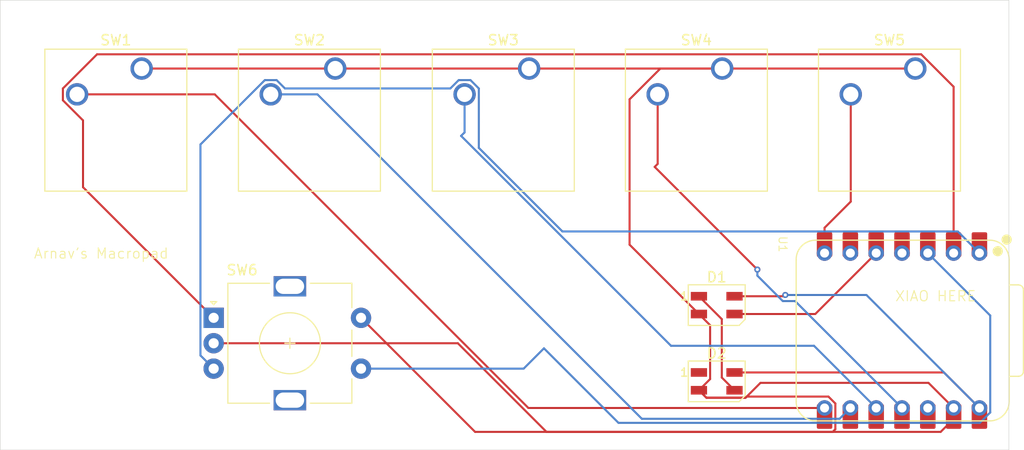
<source format=kicad_pcb>
(kicad_pcb (version 20241229) (generator "pcbnew") (generator_version "9.0")
  (layers (0 "F.Cu" signal) (2 "B.Cu" signal) (13 "F.Paste" user) (15 "B.Paste" user) (5 "F.SilkS" user "F.Silkscreen") (7 "B.SilkS" user "B.Silkscreen") (1 "F.Mask" user) (3 "B.Mask" user) (25 "Edge.Cuts" user))
  (net 0 "")
  (net 1 "GND")
  (net 2 "Net-(D1-DIN)")
  (net 3 "Net-(D1-DOUT)")
  (net 4 "+5V")
  (net 6 "Net-(U1-GPIO1{slash}RX)")
  (net 7 "Net-(U1-GPIO2{slash}SCK)")
  (net 8 "Net-(U1-GPIO4{slash}MISO)")
  (net 9 "Net-(U1-GPIO3{slash}MOSI)")
  (net 11 "Net-(U1-GPIO26{slash}ADC0{slash}A0)")
  (net 12 "Net-(U1-GPIO28{slash}ADC2{slash}A2)")
  (net 13 "Net-(U1-GPIO0{slash}TX)")
  (net 15 "Net-(U1-GPIO27{slash}ADC1{slash}A1)")
  (footprint "Seeed Studio XIAO Series Library:XIAO-RP2040-DIP" (layer "F.Cu") (at 146.7315 135 -90)
    (property "Reference" "U1" (at -8.5 11.7315 270) (layer "F.SilkS") (effects (font (size 0.8 0.8) (thickness 0.1))))
    (property "Value" "XIAO-RP2040-DIP")
    (fp_line (start -6.985 10.414) (end 6.985 10.414) (stroke (width 0.127)) (layer "F.SilkS"))
    (fp_line (start -8.89 8.509) (end -8.89 -8.636) (stroke (width 0.127)) (layer "F.SilkS"))
    (fp_line (start 8.89 8.509) (end 8.89 -8.636) (stroke (width 0.127)) (layer "F.SilkS"))
    (fp_line (start -4.495 -10.541) (end -4.491272 -11.451272) (stroke (width 0.127)) (layer "F.SilkS"))
    (fp_line (start 6.985 -10.541) (end -6.985 -10.541) (stroke (width 0.1)) (layer "F.SilkS"))
    (fp_line (start 6.985 -10.541) (end -6.985 -10.541) (stroke (width 0.127)) (layer "F.SilkS"))
    (fp_line (start 4.504 -11.451) (end 4.504 -10.541) (stroke (width 0.127)) (layer "F.SilkS"))
    (fp_line (start -3.991272 -11.951) (end 4.004 -11.951) (stroke (width 0.127)) (layer "F.SilkS"))
    (fp_arc (start -6.985 10.414) (mid -8.332038 9.856038) (end -8.89 8.509) (stroke (width 0.127)) (layer "F.SilkS"))
    (fp_arc (start 8.89 8.509) (mid 8.332038 9.856038) (end 6.985 10.414) (stroke (width 0.127)) (layer "F.SilkS"))
    (fp_arc (start -8.89 -8.636) (mid -8.332038 -9.983038) (end -6.985 -10.541) (stroke (width 0.127)) (layer "F.SilkS"))
    (fp_arc (start 6.985 -10.541) (mid 8.332038 -9.983038) (end 8.89 -8.636) (stroke (width 0.127)) (layer "F.SilkS"))
    (fp_arc (start -4.491272 -11.451272) (mid -4.344728 -11.80464) (end -3.991272 -11.951) (stroke (width 0.127)) (layer "F.SilkS"))
    (fp_arc (start 4.004 -11.951) (mid 4.357553 -11.804553) (end 4.504 -11.451) (stroke (width 0.127)) (layer "F.SilkS"))
    (fp_circle (center -7.807 -9.42) (end -7.807 -9.674) (stroke (width 0.5)) (fill yes) (layer "F.SilkS"))
    (fp_circle (center -8.95 -10.3) (end -8.95 -10.554) (stroke (width 0.5)) (fill yes) (layer "F.SilkS"))
    (pad "1" smd roundrect (at -8.455 -7.62 90) (size 2.432 1.524) (layers "F.Cu" "F.Mask") (roundrect_rratio 0.1) (net 11 "Net-(U1-GPIO26{slash}ADC0{slash}A0)"))
    (pad "1" thru_hole circle (at -7.62 -7.62 90) (size 1.524 1.524) (drill 0.889) (layers "*.Cu" "*.Mask") (net 11 "Net-(U1-GPIO26{slash}ADC0{slash}A0)"))
    (pad "2" smd roundrect (at -8.455 -5.08 90) (size 2.432 1.524) (layers "F.Cu" "F.Mask") (roundrect_rratio 0.1) (net 15 "Net-(U1-GPIO27{slash}ADC1{slash}A1)"))
    (pad "2" thru_hole circle (at -7.62 -5.08 90) (size 1.524 1.524) (drill 0.889) (layers "*.Cu" "*.Mask") (net 15 "Net-(U1-GPIO27{slash}ADC1{slash}A1)"))
    (pad "3" smd roundrect (at -8.455 -2.54 90) (size 2.432 1.524) (layers "F.Cu" "F.Mask") (roundrect_rratio 0.1) (net 12 "Net-(U1-GPIO28{slash}ADC2{slash}A2)"))
    (pad "3" thru_hole circle (at -7.62 -2.54 90) (size 1.524 1.524) (drill 0.889) (layers "*.Cu" "*.Mask") (net 12 "Net-(U1-GPIO28{slash}ADC2{slash}A2)"))
    (pad "4" smd roundrect (at -8.455 0 90) (size 2.432 1.524) (layers "F.Cu" "F.Mask") (roundrect_rratio 0.1))
    (pad "4" thru_hole circle (at -7.62 0 90) (size 1.524 1.524) (drill 0.889) (layers "*.Cu" "*.Mask"))
    (pad "5" smd roundrect (at -8.455 2.54 90) (size 2.432 1.524) (layers "F.Cu" "F.Mask") (roundrect_rratio 0.1) (net 2 "Net-(D1-DIN)"))
    (pad "5" thru_hole circle (at -7.62 2.54 90) (size 1.524 1.524) (drill 0.889) (layers "*.Cu" "*.Mask") (net 2 "Net-(D1-DIN)"))
    (pad "6" smd roundrect (at -8.455 5.08 90) (size 2.432 1.524) (layers "F.Cu" "F.Mask") (roundrect_rratio 0.1))
    (pad "6" thru_hole circle (at -7.62 5.08 90) (size 1.524 1.524) (drill 0.889) (layers "*.Cu" "*.Mask"))
    (pad "7" smd roundrect (at -8.455 7.62 90) (size 2.432 1.524) (layers "F.Cu" "F.Mask") (roundrect_rratio 0.1) (net 13 "Net-(U1-GPIO0{slash}TX)"))
    (pad "7" thru_hole circle (at -7.62 7.62 90) (size 1.524 1.524) (drill 0.889) (layers "*.Cu" "*.Mask") (net 13 "Net-(U1-GPIO0{slash}TX)"))
    (pad "8" thru_hole circle (at 7.62 7.62 270) (size 1.524 1.524) (drill 0.889) (layers "*.Cu" "*.Mask") (net 6 "Net-(U1-GPIO1{slash}RX)"))
    (pad "8" smd roundrect (at 8.455 7.62 270) (size 2.432 1.524) (layers "F.Cu" "F.Mask") (roundrect_rratio 0.1) (net 6 "Net-(U1-GPIO1{slash}RX)"))
    (pad "9" thru_hole circle (at 7.62 5.08 270) (size 1.524 1.524) (drill 0.889) (layers "*.Cu" "*.Mask") (net 7 "Net-(U1-GPIO2{slash}SCK)"))
    (pad "9" smd roundrect (at 8.455 5.08 270) (size 2.432 1.524) (layers "F.Cu" "F.Mask") (roundrect_rratio 0.1) (net 7 "Net-(U1-GPIO2{slash}SCK)"))
    (pad "10" thru_hole circle (at 7.62 2.54 270) (size 1.524 1.524) (drill 0.889) (layers "*.Cu" "*.Mask") (net 8 "Net-(U1-GPIO4{slash}MISO)"))
    (pad "10" smd roundrect (at 8.455 2.54 270) (size 2.432 1.524) (layers "F.Cu" "F.Mask") (roundrect_rratio 0.1) (net 8 "Net-(U1-GPIO4{slash}MISO)"))
    (pad "11" thru_hole circle (at 7.62 0 270) (size 1.524 1.524) (drill 0.889) (layers "*.Cu" "*.Mask") (net 9 "Net-(U1-GPIO3{slash}MOSI)"))
    (pad "11" smd roundrect (at 8.455 0 270) (size 2.432 1.524) (layers "F.Cu" "F.Mask") (roundrect_rratio 0.1) (net 9 "Net-(U1-GPIO3{slash}MOSI)"))
    (pad "12" thru_hole circle (at 7.62 -2.54 270) (size 1.524 1.524) (drill 0.889) (layers "*.Cu" "*.Mask"))
    (pad "12" smd roundrect (at 8.455 -2.54 270) (size 2.432 1.524) (layers "F.Cu" "F.Mask") (roundrect_rratio 0.1))
    (pad "13" thru_hole circle (at 7.62 -5.08 270) (size 1.524 1.524) (drill 0.889) (layers "*.Cu" "*.Mask") (net 1 "GND"))
    (pad "13" smd roundrect (at 8.455 -5.08 270) (size 2.432 1.524) (layers "F.Cu" "F.Mask") (roundrect_rratio 0.1) (net 1 "GND"))
    (pad "14" thru_hole circle (at 7.62 -7.62 270) (size 1.524 1.524) (drill 0.889) (layers "*.Cu" "*.Mask") (net 4 "+5V"))
    (pad "14" smd roundrect (at 8.455 -7.62 270) (size 2.432 1.524) (layers "F.Cu" "F.Mask") (roundrect_rratio 0.1) (net 4 "+5V"))
  )
  (footprint "LED_SMD:LED_SK6812MINI_PLCC4_3.5x3.5mm_P1.75mm" (layer "F.Cu") (at 128.5 140)
    (property "Reference" "D2" (at 0 -2.75 0) (layer "F.SilkS"))
    (property "Value" "SK6812MINI")
    (fp_line (start -2.8 -2) (end -2.8 2) (stroke (width 0.12)) (layer "F.SilkS"))
    (fp_line (start -2.8 -2) (end 2.8 -2) (stroke (width 0.12)) (layer "F.SilkS"))
    (fp_line (start -2.8 2) (end 2.2 2) (stroke (width 0.12)) (layer "F.SilkS"))
    (fp_line (start 2.8 1.4) (end 2.2 2) (stroke (width 0.12)) (layer "F.SilkS"))
    (fp_line (start 2.8 1.4) (end 2.8 -2) (stroke (width 0.12)) (layer "F.SilkS"))
    (fp_text user "1" (at -3.2 -0.875 0) (layer "F.SilkS") (effects (font (size 0.8 0.8))))
    (pad "1" smd rect (at -1.75 -0.875) (size 1.6 0.85) (layers "F.Cu" "F.Mask" "F.Paste"))
    (pad "2" smd rect (at -1.75 0.875) (size 1.6 0.85) (layers "F.Cu" "F.Mask" "F.Paste") (net 1 "GND"))
    (pad "3" smd rect (at 1.75 0.875) (size 1.6 0.85) (layers "F.Cu" "F.Mask" "F.Paste") (net 3 "Net-(D1-DOUT)"))
    (pad "4" smd rect (at 1.75 -0.875) (size 1.6 0.85) (layers "F.Cu" "F.Mask" "F.Paste") (net 4 "+5V"))
  )
  (footprint "LED_SMD:LED_SK6812MINI_PLCC4_3.5x3.5mm_P1.75mm" (layer "F.Cu") (at 128.5 132.5)
    (property "Reference" "D1" (at 0 -2.75 0) (layer "F.SilkS"))
    (property "Value" "SK6812MINI")
    (fp_line (start -2.8 -2) (end -2.8 2) (stroke (width 0.12)) (layer "F.SilkS"))
    (fp_line (start -2.8 -2) (end 2.8 -2) (stroke (width 0.12)) (layer "F.SilkS"))
    (fp_line (start -2.8 2) (end 2.2 2) (stroke (width 0.12)) (layer "F.SilkS"))
    (fp_line (start 2.8 1.4) (end 2.2 2) (stroke (width 0.12)) (layer "F.SilkS"))
    (fp_line (start 2.8 1.4) (end 2.8 -2) (stroke (width 0.12)) (layer "F.SilkS"))
    (fp_text user "1" (at -3.2 -0.875 0) (layer "F.SilkS") (effects (font (size 0.8 0.8))))
    (pad "1" smd rect (at -1.75 -0.875) (size 1.6 0.85) (layers "F.Cu" "F.Mask" "F.Paste") (net 3 "Net-(D1-DOUT)"))
    (pad "2" smd rect (at -1.75 0.875) (size 1.6 0.85) (layers "F.Cu" "F.Mask" "F.Paste") (net 1 "GND"))
    (pad "3" smd rect (at 1.75 0.875) (size 1.6 0.85) (layers "F.Cu" "F.Mask" "F.Paste") (net 2 "Net-(D1-DIN)"))
    (pad "4" smd rect (at 1.75 -0.875) (size 1.6 0.85) (layers "F.Cu" "F.Mask" "F.Paste") (net 4 "+5V"))
  )
  (footprint "Button_Switch_Keyboard:SW_Cherry_MX_1.00u_PCB" (layer "F.Cu") (at 129.04 109.22)
    (property "Reference" "SW4" (at -2.54 -2.794 0) (layer "F.SilkS"))
    (property "Value" "SW_Push")
    (fp_line (start -9.525 -1.905) (end 4.445 -1.905) (stroke (width 0.12)) (layer "F.SilkS"))
    (fp_line (start -9.525 12.065) (end -9.525 -1.905) (stroke (width 0.12)) (layer "F.SilkS"))
    (fp_line (start 4.445 -1.905) (end 4.445 12.065) (stroke (width 0.12)) (layer "F.SilkS"))
    (fp_line (start 4.445 12.065) (end -9.525 12.065) (stroke (width 0.12)) (layer "F.SilkS"))
    (pad "" np_thru_hole circle (at -7.62 5.08) (size 1.7 1.7) (drill 1.7) (layers "*.Cu" "*.Mask"))
    (pad "" np_thru_hole circle (at -2.54 5.08) (size 4 4) (drill 4) (layers "*.Cu" "*.Mask"))
    (pad "" np_thru_hole circle (at 2.54 5.08) (size 1.7 1.7) (drill 1.7) (layers "*.Cu" "*.Mask"))
    (pad "1" thru_hole circle (at 0 0) (size 2.2 2.2) (drill 1.5) (layers "*.Cu" "*.Mask") (net 1 "GND"))
    (pad "2" thru_hole circle (at -6.35 2.54) (size 2.2 2.2) (drill 1.5) (layers "*.Cu" "*.Mask") (net 9 "Net-(U1-GPIO3{slash}MOSI)"))
  )
  (footprint "Rotary_Encoder:RotaryEncoder_Alps_EC11E-Switch_Vertical_H20mm" (layer "F.Cu") (at 79 133.75)
    (property "Reference" "SW6" (at 2.8 -4.7 0) (layer "F.SilkS"))
    (property "Value" "RotaryEncoder_Switch")
    (fp_line (start -0.3 -1.6) (end 0.3 -1.6) (stroke (width 0.12)) (layer "F.SilkS"))
    (fp_line (start 0 -1.3) (end -0.3 -1.6) (stroke (width 0.12)) (layer "F.SilkS"))
    (fp_line (start 0.3 -1.6) (end 0 -1.3) (stroke (width 0.12)) (layer "F.SilkS"))
    (fp_line (start 1.4 -3.4) (end 1.4 8.4) (stroke (width 0.12)) (layer "F.SilkS"))
    (fp_line (start 5.5 -3.4) (end 1.4 -3.4) (stroke (width 0.12)) (layer "F.SilkS"))
    (fp_line (start 5.5 8.4) (end 1.4 8.4) (stroke (width 0.12)) (layer "F.SilkS"))
    (fp_line (start 7 2.5) (end 8 2.5) (stroke (width 0.12)) (layer "F.SilkS"))
    (fp_line (start 7.5 2) (end 7.5 3) (stroke (width 0.12)) (layer "F.SilkS"))
    (fp_line (start 9.5 -3.4) (end 13.6 -3.4) (stroke (width 0.12)) (layer "F.SilkS"))
    (fp_line (start 13.6 -3.4) (end 13.6 -1) (stroke (width 0.12)) (layer "F.SilkS"))
    (fp_line (start 13.6 1.2) (end 13.6 3.8) (stroke (width 0.12)) (layer "F.SilkS"))
    (fp_line (start 13.6 6) (end 13.6 8.4) (stroke (width 0.12)) (layer "F.SilkS"))
    (fp_line (start 13.6 8.4) (end 9.5 8.4) (stroke (width 0.12)) (layer "F.SilkS"))
    (fp_circle (center 7.5 2.5) (end 10.5 2.5) (stroke (width 0.12)) (fill no) (layer "F.SilkS"))
    (pad "A" thru_hole rect (at 0 0) (size 2 2) (drill 1) (layers "*.Cu" "*.Mask") (net 15 "Net-(U1-GPIO27{slash}ADC1{slash}A1)"))
    (pad "B" thru_hole circle (at 0 5) (size 2 2) (drill 1) (layers "*.Cu" "*.Mask") (net 11 "Net-(U1-GPIO26{slash}ADC0{slash}A0)"))
    (pad "C" thru_hole circle (at 0 2.5) (size 2 2) (drill 1) (layers "*.Cu" "*.Mask") (net 1 "GND"))
    (pad "MP" thru_hole rect (at 7.5 -3.1) (size 3.2 2) (drill oval 2.8 1.5) (layers "*.Cu" "*.Mask"))
    (pad "MP" thru_hole rect (at 7.5 8.1) (size 3.2 2) (drill oval 2.8 1.5) (layers "*.Cu" "*.Mask"))
    (pad "S1" thru_hole circle (at 14.5 5) (size 2 2) (drill 1) (layers "*.Cu" "*.Mask") (net 12 "Net-(U1-GPIO28{slash}ADC2{slash}A2)"))
    (pad "S2" thru_hole circle (at 14.5 0) (size 2 2) (drill 1) (layers "*.Cu" "*.Mask") (net 1 "GND"))
  )
  (footprint "Button_Switch_Keyboard:SW_Cherry_MX_1.00u_PCB" (layer "F.Cu") (at 148.04 109.22)
    (property "Reference" "SW5" (at -2.54 -2.794 0) (layer "F.SilkS"))
    (property "Value" "SW_Push")
    (fp_line (start -9.525 -1.905) (end 4.445 -1.905) (stroke (width 0.12)) (layer "F.SilkS"))
    (fp_line (start -9.525 12.065) (end -9.525 -1.905) (stroke (width 0.12)) (layer "F.SilkS"))
    (fp_line (start 4.445 -1.905) (end 4.445 12.065) (stroke (width 0.12)) (layer "F.SilkS"))
    (fp_line (start 4.445 12.065) (end -9.525 12.065) (stroke (width 0.12)) (layer "F.SilkS"))
    (pad "" np_thru_hole circle (at -7.62 5.08) (size 1.7 1.7) (drill 1.7) (layers "*.Cu" "*.Mask"))
    (pad "" np_thru_hole circle (at -2.54 5.08) (size 4 4) (drill 4) (layers "*.Cu" "*.Mask"))
    (pad "" np_thru_hole circle (at 2.54 5.08) (size 1.7 1.7) (drill 1.7) (layers "*.Cu" "*.Mask"))
    (pad "1" thru_hole circle (at 0 0) (size 2.2 2.2) (drill 1.5) (layers "*.Cu" "*.Mask") (net 1 "GND"))
    (pad "2" thru_hole circle (at -6.35 2.54) (size 2.2 2.2) (drill 1.5) (layers "*.Cu" "*.Mask") (net 13 "Net-(U1-GPIO0{slash}TX)"))
  )
  (footprint "Button_Switch_Keyboard:SW_Cherry_MX_1.00u_PCB" (layer "F.Cu") (at 90.96375 109.22)
    (property "Reference" "SW2" (at -2.54 -2.794 0) (layer "F.SilkS"))
    (property "Value" "SW_Push")
    (fp_line (start -9.525 -1.905) (end 4.445 -1.905) (stroke (width 0.12)) (layer "F.SilkS"))
    (fp_line (start -9.525 12.065) (end -9.525 -1.905) (stroke (width 0.12)) (layer "F.SilkS"))
    (fp_line (start 4.445 -1.905) (end 4.445 12.065) (stroke (width 0.12)) (layer "F.SilkS"))
    (fp_line (start 4.445 12.065) (end -9.525 12.065) (stroke (width 0.12)) (layer "F.SilkS"))
    (pad "" np_thru_hole circle (at -7.62 5.08) (size 1.7 1.7) (drill 1.7) (layers "*.Cu" "*.Mask"))
    (pad "" np_thru_hole circle (at -2.54 5.08) (size 4 4) (drill 4) (layers "*.Cu" "*.Mask"))
    (pad "" np_thru_hole circle (at 2.54 5.08) (size 1.7 1.7) (drill 1.7) (layers "*.Cu" "*.Mask"))
    (pad "1" thru_hole circle (at 0 0) (size 2.2 2.2) (drill 1.5) (layers "*.Cu" "*.Mask") (net 1 "GND"))
    (pad "2" thru_hole circle (at -6.35 2.54) (size 2.2 2.2) (drill 1.5) (layers "*.Cu" "*.Mask") (net 7 "Net-(U1-GPIO2{slash}SCK)"))
  )
  (footprint "Button_Switch_Keyboard:SW_Cherry_MX_1.00u_PCB" (layer "F.Cu") (at 71.91375 109.22)
    (property "Reference" "SW1" (at -2.54 -2.794 0) (layer "F.SilkS"))
    (property "Value" "SW_Push")
    (fp_line (start -9.525 -1.905) (end 4.445 -1.905) (stroke (width 0.12)) (layer "F.SilkS"))
    (fp_line (start -9.525 12.065) (end -9.525 -1.905) (stroke (width 0.12)) (layer "F.SilkS"))
    (fp_line (start 4.445 -1.905) (end 4.445 12.065) (stroke (width 0.12)) (layer "F.SilkS"))
    (fp_line (start 4.445 12.065) (end -9.525 12.065) (stroke (width 0.12)) (layer "F.SilkS"))
    (pad "" np_thru_hole circle (at -7.62 5.08) (size 1.7 1.7) (drill 1.7) (layers "*.Cu" "*.Mask"))
    (pad "" np_thru_hole circle (at -2.54 5.08) (size 4 4) (drill 4) (layers "*.Cu" "*.Mask"))
    (pad "" np_thru_hole circle (at 2.54 5.08) (size 1.7 1.7) (drill 1.7) (layers "*.Cu" "*.Mask"))
    (pad "1" thru_hole circle (at 0 0) (size 2.2 2.2) (drill 1.5) (layers "*.Cu" "*.Mask") (net 1 "GND"))
    (pad "2" thru_hole circle (at -6.35 2.54) (size 2.2 2.2) (drill 1.5) (layers "*.Cu" "*.Mask") (net 6 "Net-(U1-GPIO1{slash}RX)"))
  )
  (footprint "Button_Switch_Keyboard:SW_Cherry_MX_1.00u_PCB" (layer "F.Cu") (at 110.04 109.22)
    (property "Reference" "SW3" (at -2.54 -2.794 0) (layer "F.SilkS"))
    (property "Value" "SW_Push")
    (fp_line (start -9.525 -1.905) (end 4.445 -1.905) (stroke (width 0.12)) (layer "F.SilkS"))
    (fp_line (start -9.525 12.065) (end -9.525 -1.905) (stroke (width 0.12)) (layer "F.SilkS"))
    (fp_line (start 4.445 -1.905) (end 4.445 12.065) (stroke (width 0.12)) (layer "F.SilkS"))
    (fp_line (start 4.445 12.065) (end -9.525 12.065) (stroke (width 0.12)) (layer "F.SilkS"))
    (pad "" np_thru_hole circle (at -7.62 5.08) (size 1.7 1.7) (drill 1.7) (layers "*.Cu" "*.Mask"))
    (pad "" np_thru_hole circle (at -2.54 5.08) (size 4 4) (drill 4) (layers "*.Cu" "*.Mask"))
    (pad "" np_thru_hole circle (at 2.54 5.08) (size 1.7 1.7) (drill 1.7) (layers "*.Cu" "*.Mask"))
    (pad "1" thru_hole circle (at 0 0) (size 2.2 2.2) (drill 1.5) (layers "*.Cu" "*.Mask") (net 1 "GND"))
    (pad "2" thru_hole circle (at -6.35 2.54) (size 2.2 2.2) (drill 1.5) (layers "*.Cu" "*.Mask") (net 8 "Net-(U1-GPIO4{slash}MISO)"))
  )
  (gr_rect (start 58 102.5) (end 157.25 146.75) (stroke (width 0.05)) (fill no) (layer "Edge.Cuts"))
  (gr_text "Arnav's Macropad" (at 61.25 128 0) (layer "F.SilkS") (effects (font (size 1 1) (thickness 0.1)) (justify left bottom)))
  (gr_text "XIAO HERE\n" (at 146 132.2 0) (layer "F.SilkS") (effects (font (size 1 1) (thickness 0.1)) (justify left bottom)))
  (segment (start 140.1745 144.710626) (end 140.1745 142.17969) (width 0.2) (layer "F.Cu") (net 1))
  (segment (start 119.92525 126.55025) (end 119.92525 112.249686) (width 0.2) (layer "F.Cu") (net 1))
  (segment (start 131.351 141.601) (end 127.476 141.601) (width 0.2) (layer "F.Cu") (net 1))
  (segment (start 139.49481 141.5) (end 131.452 141.5) (width 0.2) (layer "F.Cu") (net 1))
  (segment (start 131.452 141.5) (end 131.351 141.601) (width 0.2) (layer "F.Cu") (net 1))
  (segment (start 149.3405 140.149) (end 132.803 140.149) (width 0.2) (layer "F.Cu") (net 1))
  (segment (start 150.53713 144.972) (end 151.8115 143.69763) (width 0.2) (layer "F.Cu") (net 1))
  (segment (start 126.75 133.375) (end 127.851 134.476) (width 0.2) (layer "F.Cu") (net 1))
  (segment (start 111.75018 144.972) (end 150.53713 144.972) (width 0.2) (layer "F.Cu") (net 1))
  (segment (start 140.1745 142.17969) (end 139.49481 141.5) (width 0.2) (layer "F.Cu") (net 1))
  (segment (start 127.851 134.476) (end 127.851 139.774) (width 0.2) (layer "F.Cu") (net 1))
  (segment (start 127.851 139.774) (end 126.75 140.875) (width 0.2) (layer "F.Cu") (net 1))
  (segment (start 132.803 140.149) (end 131.327 141.625) (width 0.2) (layer "F.Cu") (net 1))
  (segment (start 131.327 141.625) (end 127.5 141.625) (width 0.2) (layer "F.Cu") (net 1))
  (segment (start 110.04 109.22) (end 90.96375 109.22) (width 0.2) (layer "F.Cu") (net 1))
  (segment (start 119.92525 112.249686) (end 122.954936 109.22) (width 0.2) (layer "F.Cu") (net 1))
  (segment (start 139.913126 144.972) (end 140.1745 144.710626) (width 0.2) (layer "F.Cu") (net 1))
  (segment (start 93.5 133.75) (end 104.722 144.972) (width 0.2) (layer "F.Cu") (net 1))
  (segment (start 71.91375 109.22) (end 90.96375 109.22) (width 0.2) (layer "F.Cu") (net 1))
  (segment (start 79 136.25) (end 103.02818 136.25) (width 0.2) (layer "F.Cu") (net 1))
  (segment (start 103.02818 136.25) (end 111.75018 144.972) (width 0.2) (layer "F.Cu") (net 1))
  (segment (start 129.04 109.22) (end 148.04 109.22) (width 0.2) (layer "F.Cu") (net 1))
  (segment (start 151.8115 143.69763) (end 151.8115 142.62) (width 0.2) (layer "F.Cu") (net 1))
  (segment (start 110.04 109.22) (end 129.04 109.22) (width 0.2) (layer "F.Cu") (net 1))
  (segment (start 151.8115 142.62) (end 149.3405 140.149) (width 0.2) (layer "F.Cu") (net 1))
  (segment (start 122.954936 109.22) (end 129.04 109.22) (width 0.2) (layer "F.Cu") (net 1))
  (segment (start 104.722 144.972) (end 139.913126 144.972) (width 0.2) (layer "F.Cu") (net 1))
  (segment (start 127.476 141.601) (end 126.75 140.875) (width 0.2) (layer "F.Cu") (net 1))
  (segment (start 126.75 133.375) (end 119.92525 126.55025) (width 0.2) (layer "F.Cu") (net 1))
  (segment (start 127.5 141.625) (end 126.75 140.875) (width 0.2) (layer "F.Cu") (net 1))
  (segment (start 138.1965 133.375) (end 144.1915 127.38) (width 0.2) (layer "F.Cu") (net 2))
  (segment (start 130.25 133.375) (end 138.1965 133.375) (width 0.2) (layer "F.Cu") (net 2))
  (segment (start 129 139.625) (end 129 133.875) (width 0.2) (layer "F.Cu") (net 3))
  (segment (start 129 133.875) (end 126.75 131.625) (width 0.2) (layer "F.Cu") (net 3))
  (segment (start 130.25 140.875) (end 129 139.625) (width 0.2) (layer "F.Cu") (net 3))
  (segment (start 130.25 139.125) (end 150.8565 139.125) (width 0.2) (layer "F.Cu") (net 4))
  (segment (start 130.25 131.625) (end 135.125 131.625) (width 0.2) (layer "F.Cu") (net 4))
  (segment (start 150.8565 139.125) (end 154.3515 142.62) (width 0.2) (layer "F.Cu") (net 4))
  (segment (start 135.125 131.625) (end 135.25 131.5) (width 0.2) (layer "F.Cu") (net 4))
  (segment (start 130.25 131.625) (end 130.375 131.5) (width 0.2) (layer "F.Cu") (net 4))
  (via (at 135.25 131.5) (size 0.6) (drill 0.3) (layers "F.Cu" "B.Cu") (net 4))
  (segment (start 135.25 131.5) (end 143.2315 131.5) (width 0.2) (layer "B.Cu") (net 4))
  (segment (start 143.2315 131.5) (end 154.3515 142.62) (width 0.2) (layer "B.Cu") (net 4))
  (segment (start 65.56375 111.76) (end 79.10528 111.76) (width 0.2) (layer "F.Cu") (net 6))
  (segment (start 79.10528 111.76) (end 109.96528 142.62) (width 0.2) (layer "F.Cu") (net 6))
  (segment (start 109.96528 142.62) (end 139.1115 142.62) (width 0.2) (layer "F.Cu") (net 6))
  (segment (start 121.131566 143.683) (end 140.5885 143.683) (width 0.2) (layer "B.Cu") (net 7))
  (segment (start 140.5885 143.683) (end 141.6515 142.62) (width 0.2) (layer "B.Cu") (net 7))
  (segment (start 121.131566 143.683) (end 89.208566 111.76) (width 0.2) (layer "B.Cu") (net 7))
  (segment (start 89.208566 111.76) (end 84.61375 111.76) (width 0.2) (layer "B.Cu") (net 7))
  (segment (start 103.69 115.5025) (end 103.69 111.76) (width 0.2) (layer "B.Cu") (net 8))
  (segment (start 124 136.5) (end 103.34625 115.84625) (width 0.2) (layer "B.Cu") (net 8))
  (segment (start 103.34625 115.84625) (end 103.69 115.5025) (width 0.2) (layer "B.Cu") (net 8))
  (segment (start 138.0715 136.5) (end 144.1915 142.62) (width 0.2) (layer "B.Cu") (net 8))
  (segment (start 124 136.5) (end 138.0715 136.5) (width 0.2) (layer "B.Cu") (net 8))
  (segment (start 122.69 118.6025) (end 122.69 111.76) (width 0.2) (layer "F.Cu") (net 9))
  (segment (start 132.5 129) (end 122.39625 118.89625) (width 0.2) (layer "F.Cu") (net 9))
  (segment (start 122.39625 118.89625) (end 122.69 118.6025) (width 0.2) (layer "F.Cu") (net 9))
  (via (at 132.5 129) (size 0.6) (drill 0.3) (layers "F.Cu" "B.Cu") (net 9))
  (segment (start 132.5 129) (end 132.5 129.599943) (width 0.2) (layer "B.Cu") (net 9))
  (segment (start 132.5 129.599943) (end 135.001057 132.101) (width 0.2) (layer "B.Cu") (net 9))
  (segment (start 135.001057 132.101) (end 136.2125 132.101) (width 0.2) (layer "B.Cu") (net 9))
  (segment (start 136.2125 132.101) (end 146.7315 142.62) (width 0.2) (layer "B.Cu") (net 9))
  (segment (start 85.194064 110.359) (end 84.033436 110.359) (width 0.2) (layer "B.Cu") (net 11))
  (segment (start 77.699 116.693436) (end 77.699 137.449) (width 0.2) (layer "B.Cu") (net 11))
  (segment (start 103.109686 110.359) (end 102.289 111.179686) (width 0.2) (layer "B.Cu") (net 11))
  (segment (start 105.091 111.179686) (end 104.270314 110.359) (width 0.2) (layer "B.Cu") (net 11))
  (segment (start 154.3515 127.38) (end 152.2215 125.25) (width 0.2) (layer "B.Cu") (net 11))
  (segment (start 84.033436 110.359) (end 77.699 116.693436) (width 0.2) (layer "B.Cu") (net 11))
  (segment (start 105.091 117.0239) (end 105.091 111.179686) (width 0.2) (layer "B.Cu") (net 11))
  (segment (start 77.699 137.449) (end 79 138.75) (width 0.2) (layer "B.Cu") (net 11))
  (segment (start 113.3171 125.25) (end 105.091 117.0239) (width 0.2) (layer "B.Cu") (net 11))
  (segment (start 104.270314 110.359) (end 103.109686 110.359) (width 0.2) (layer "B.Cu") (net 11))
  (segment (start 152.2215 125.25) (end 113.3171 125.25) (width 0.2) (layer "B.Cu") (net 11))
  (segment (start 86.01475 111.179686) (end 85.194064 110.359) (width 0.2) (layer "B.Cu") (net 11))
  (segment (start 102.289 111.179686) (end 86.01475 111.179686) (width 0.2) (layer "B.Cu") (net 11))
  (segment (start 154.39081 144.084) (end 155.4145 143.06031) (width 0.2) (layer "B.Cu") (net 12))
  (segment (start 155.4145 133.523) (end 149.2715 127.38) (width 0.2) (layer "B.Cu") (net 12))
  (segment (start 93.5 138.75) (end 109.5 138.75) (width 0.2) (layer "B.Cu") (net 12))
  (segment (start 155.4145 143.06031) (end 155.4145 133.523) (width 0.2) (layer "B.Cu") (net 12))
  (segment (start 111.5 136.75) (end 118.834 144.084) (width 0.2) (layer "B.Cu") (net 12))
  (segment (start 109.5 138.75) (end 111.5 136.75) (width 0.2) (layer "B.Cu") (net 12))
  (segment (start 118.834 144.084) (end 154.39081 144.084) (width 0.2) (layer "B.Cu") (net 12))
  (segment (start 139.1115 127.38) (end 139.1115 124.8885) (width 0.2) (layer "F.Cu") (net 13))
  (segment (start 141.69 122.31) (end 141.69 111.76) (width 0.2) (layer "F.Cu") (net 13))
  (segment (start 139.1115 124.8885) (end 141.69 122.31) (width 0.2) (layer "F.Cu") (net 13))
  (segment (start 64.16275 111.179686) (end 67.523436 107.819) (width 0.2) (layer "F.Cu") (net 15))
  (segment (start 148.620314 107.819) (end 151.8115 111.010186) (width 0.2) (layer "F.Cu") (net 15))
  (segment (start 64.16275 112.340314) (end 64.16275 111.179686) (width 0.2) (layer "F.Cu") (net 15))
  (segment (start 66.144064 120.894064) (end 66.144064 114.321628) (width 0.2) (layer "F.Cu") (net 15))
  (segment (start 151.8115 111.010186) (end 151.8115 127.38) (width 0.2) (layer "F.Cu") (net 15))
  (segment (start 79 133.75) (end 66.144064 120.894064) (width 0.2) (layer "F.Cu") (net 15))
  (segment (start 66.144064 114.321628) (end 64.16275 112.340314) (width 0.2) (layer "F.Cu") (net 15))
  (segment (start 67.523436 107.819) (end 148.620314 107.819) (width 0.2) (layer "F.Cu") (net 15))
)
</source>
